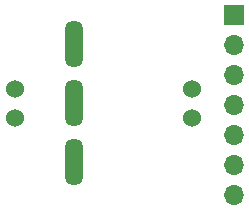
<source format=gbs>
%TF.GenerationSoftware,KiCad,Pcbnew,(7.0.0)*%
%TF.CreationDate,2023-02-17T23:24:39-05:00*%
%TF.ProjectId,RgbButton,52676242-7574-4746-9f6e-2e6b69636164,rev?*%
%TF.SameCoordinates,Original*%
%TF.FileFunction,Soldermask,Bot*%
%TF.FilePolarity,Negative*%
%FSLAX46Y46*%
G04 Gerber Fmt 4.6, Leading zero omitted, Abs format (unit mm)*
G04 Created by KiCad (PCBNEW (7.0.0)) date 2023-02-17 23:24:39*
%MOMM*%
%LPD*%
G01*
G04 APERTURE LIST*
%ADD10C,1.524000*%
%ADD11O,1.524000X4.000000*%
%ADD12R,1.700000X1.700000*%
%ADD13O,1.700000X1.700000*%
G04 APERTURE END LIST*
D10*
%TO.C,U1*%
X156500000Y-102750000D03*
D11*
X146499999Y-108999999D03*
D10*
X141500000Y-102750000D03*
X156500000Y-105250000D03*
D11*
X146499999Y-98999999D03*
X146499999Y-103999999D03*
D10*
X141500000Y-105250000D03*
%TD*%
D12*
%TO.C,J1*%
X160019999Y-96519999D03*
D13*
X160019999Y-99059999D03*
X160019999Y-101599999D03*
X160019999Y-104139999D03*
X160019999Y-106679999D03*
X160019999Y-109219999D03*
X160019999Y-111759999D03*
%TD*%
M02*

</source>
